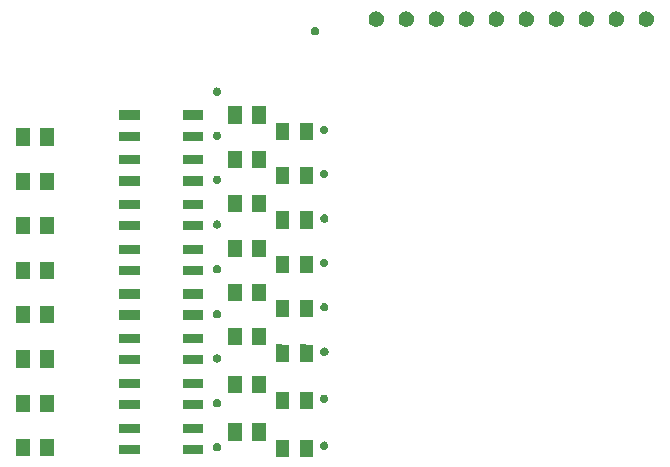
<source format=gbs>
G04 This is an RS-274x file exported by *
G04 gerbv version 2.6.2 *
G04 More information is available about gerbv at *
G04 http://gerbv.geda-project.org/ *
G04 --End of header info--*
%MOIN*%
%FSLAX34Y34*%
%IPPOS*%
G04 --Define apertures--*
%ADD10C,0.0004*%
%ADD11C,0.0059*%
G04 --Start main section--*
G54D10*
G36*
G01X0004300Y0001755D02*
G01X0003875Y0001755D01*
G01X0003875Y0002295D01*
G01X0004300Y0002295D01*
G01X0004300Y0001755D01*
G01X0004300Y0001755D01*
G37*
G01X0004300Y0001755D02*
G01X0003875Y0001755D01*
G01X0003875Y0001755D02*
G01X0003875Y0002295D01*
G01X0003875Y0002295D02*
G01X0004300Y0002295D01*
G01X0004300Y0002295D02*
G01X0004300Y0001755D01*
G36*
G01X0005100Y0001755D02*
G01X0004675Y0001755D01*
G01X0004675Y0002295D01*
G01X0005100Y0002295D01*
G01X0005100Y0001755D01*
G01X0005100Y0001755D01*
G37*
G01X0005100Y0001755D02*
G01X0004675Y0001755D01*
G01X0004675Y0001755D02*
G01X0004675Y0002295D01*
G01X0004675Y0002295D02*
G01X0005100Y0002295D01*
G01X0005100Y0002295D02*
G01X0005100Y0001755D01*
G36*
G01X-004350Y0001770D02*
G01X-004775Y0001770D01*
G01X-004775Y0002310D01*
G01X-004350Y0002310D01*
G01X-004350Y0001770D01*
G01X-004350Y0001770D01*
G37*
G01X-004350Y0001770D02*
G01X-004775Y0001770D01*
G01X-004775Y0001770D02*
G01X-004775Y0002310D01*
G01X-004775Y0002310D02*
G01X-004350Y0002310D01*
G01X-004350Y0002310D02*
G01X-004350Y0001770D01*
G36*
G01X-003550Y0001770D02*
G01X-003975Y0001770D01*
G01X-003975Y0002310D01*
G01X-003550Y0002310D01*
G01X-003550Y0001770D01*
G01X-003550Y0001770D01*
G37*
G01X-003550Y0001770D02*
G01X-003975Y0001770D01*
G01X-003975Y0001770D02*
G01X-003975Y0002310D01*
G01X-003975Y0002310D02*
G01X-003550Y0002310D01*
G01X-003550Y0002310D02*
G01X-003550Y0001770D01*
G36*
G01X-000690Y0001850D02*
G01X-001335Y0001850D01*
G01X-001335Y0002125D01*
G01X-000690Y0002125D01*
G01X-000690Y0001850D01*
G01X-000690Y0001850D01*
G37*
G01X-000690Y0001850D02*
G01X-001335Y0001850D01*
G01X-001335Y0001850D02*
G01X-001335Y0002125D01*
G01X-001335Y0002125D02*
G01X-000690Y0002125D01*
G01X-000690Y0002125D02*
G01X-000690Y0001850D01*
G36*
G01X0001440Y0001850D02*
G01X0000795Y0001850D01*
G01X0000795Y0002125D01*
G01X0001440Y0002125D01*
G01X0001440Y0001850D01*
G01X0001440Y0001850D01*
G37*
G01X0001440Y0001850D02*
G01X0000795Y0001850D01*
G01X0000795Y0001850D02*
G01X0000795Y0002125D01*
G01X0000795Y0002125D02*
G01X0001440Y0002125D01*
G01X0001440Y0002125D02*
G01X0001440Y0001850D01*
G36*
G01X0002730Y0002295D02*
G01X0002300Y0002295D01*
G01X0002300Y0002835D01*
G01X0002730Y0002835D01*
G01X0002730Y0002295D01*
G01X0002730Y0002295D01*
G37*
G01X0002730Y0002295D02*
G01X0002300Y0002295D01*
G01X0002300Y0002295D02*
G01X0002300Y0002835D01*
G01X0002300Y0002835D02*
G01X0002730Y0002835D01*
G01X0002730Y0002835D02*
G01X0002730Y0002295D01*
G36*
G01X0003530Y0002295D02*
G01X0003100Y0002295D01*
G01X0003100Y0002835D01*
G01X0003530Y0002835D01*
G01X0003530Y0002295D01*
G01X0003530Y0002295D01*
G37*
G01X0003530Y0002295D02*
G01X0003100Y0002295D01*
G01X0003100Y0002295D02*
G01X0003100Y0002835D01*
G01X0003100Y0002835D02*
G01X0003530Y0002835D01*
G01X0003530Y0002835D02*
G01X0003530Y0002295D01*
G36*
G01X-000690Y0002555D02*
G01X-001335Y0002555D01*
G01X-001335Y0002830D01*
G01X-000690Y0002830D01*
G01X-000690Y0002555D01*
G01X-000690Y0002555D01*
G37*
G01X-000690Y0002555D02*
G01X-001335Y0002555D01*
G01X-001335Y0002555D02*
G01X-001335Y0002830D01*
G01X-001335Y0002830D02*
G01X-000690Y0002830D01*
G01X-000690Y0002830D02*
G01X-000690Y0002555D01*
G36*
G01X0001440Y0002555D02*
G01X0000795Y0002555D01*
G01X0000795Y0002830D01*
G01X0001440Y0002830D01*
G01X0001440Y0002555D01*
G01X0001440Y0002555D01*
G37*
G01X0001440Y0002555D02*
G01X0000795Y0002555D01*
G01X0000795Y0002555D02*
G01X0000795Y0002830D01*
G01X0000795Y0002830D02*
G01X0001440Y0002830D01*
G01X0001440Y0002830D02*
G01X0001440Y0002555D01*
G36*
G01X-004350Y0003250D02*
G01X-004775Y0003250D01*
G01X-004775Y0003790D01*
G01X-004350Y0003790D01*
G01X-004350Y0003250D01*
G01X-004350Y0003250D01*
G37*
G01X-004350Y0003250D02*
G01X-004775Y0003250D01*
G01X-004775Y0003250D02*
G01X-004775Y0003790D01*
G01X-004775Y0003790D02*
G01X-004350Y0003790D01*
G01X-004350Y0003790D02*
G01X-004350Y0003250D01*
G36*
G01X-003550Y0003250D02*
G01X-003975Y0003250D01*
G01X-003975Y0003790D01*
G01X-003550Y0003790D01*
G01X-003550Y0003250D01*
G01X-003550Y0003250D01*
G37*
G01X-003550Y0003250D02*
G01X-003975Y0003250D01*
G01X-003975Y0003250D02*
G01X-003975Y0003790D01*
G01X-003975Y0003790D02*
G01X-003550Y0003790D01*
G01X-003550Y0003790D02*
G01X-003550Y0003250D01*
G36*
G01X-000690Y0003340D02*
G01X-001009Y0003340D01*
G01X-001065Y0003340D01*
G01X-001117Y0003340D01*
G01X-001166Y0003340D01*
G01X-001210Y0003341D01*
G01X-001249Y0003341D01*
G01X-001281Y0003342D01*
G01X-001306Y0003342D01*
G01X-001323Y0003343D01*
G01X-001331Y0003343D01*
G01X-001332Y0003343D01*
G01X-001333Y0003349D01*
G01X-001333Y0003363D01*
G01X-001334Y0003385D01*
G01X-001335Y0003413D01*
G01X-001335Y0003445D01*
G01X-001335Y0003481D01*
G01X-001335Y0003615D01*
G01X-000690Y0003615D01*
G01X-000690Y0003340D01*
G01X-000690Y0003340D01*
G37*
G01X-000690Y0003340D02*
G01X-001009Y0003340D01*
G01X-001009Y0003340D02*
G01X-001065Y0003340D01*
G01X-001065Y0003340D02*
G01X-001117Y0003340D01*
G01X-001117Y0003340D02*
G01X-001166Y0003340D01*
G01X-001166Y0003340D02*
G01X-001210Y0003341D01*
G01X-001210Y0003341D02*
G01X-001249Y0003341D01*
G01X-001249Y0003341D02*
G01X-001281Y0003342D01*
G01X-001281Y0003342D02*
G01X-001306Y0003342D01*
G01X-001306Y0003342D02*
G01X-001323Y0003343D01*
G01X-001323Y0003343D02*
G01X-001331Y0003343D01*
G01X-001331Y0003343D02*
G01X-001332Y0003343D01*
G01X-001332Y0003343D02*
G01X-001333Y0003349D01*
G01X-001333Y0003349D02*
G01X-001333Y0003363D01*
G01X-001333Y0003363D02*
G01X-001334Y0003385D01*
G01X-001334Y0003385D02*
G01X-001335Y0003413D01*
G01X-001335Y0003413D02*
G01X-001335Y0003445D01*
G01X-001335Y0003445D02*
G01X-001335Y0003481D01*
G01X-001335Y0003481D02*
G01X-001335Y0003615D01*
G01X-001335Y0003615D02*
G01X-000690Y0003615D01*
G01X-000690Y0003615D02*
G01X-000690Y0003340D01*
G36*
G01X0001440Y0003340D02*
G01X0001121Y0003340D01*
G01X0001065Y0003340D01*
G01X0001013Y0003340D01*
G01X0000964Y0003340D01*
G01X0000920Y0003341D01*
G01X0000881Y0003341D01*
G01X0000849Y0003342D01*
G01X0000824Y0003342D01*
G01X0000807Y0003343D01*
G01X0000799Y0003343D01*
G01X0000798Y0003343D01*
G01X0000797Y0003349D01*
G01X0000797Y0003363D01*
G01X0000796Y0003385D01*
G01X0000795Y0003413D01*
G01X0000795Y0003445D01*
G01X0000795Y0003481D01*
G01X0000795Y0003615D01*
G01X0001440Y0003615D01*
G01X0001440Y0003340D01*
G01X0001440Y0003340D01*
G37*
G01X0001440Y0003340D02*
G01X0001121Y0003340D01*
G01X0001121Y0003340D02*
G01X0001065Y0003340D01*
G01X0001065Y0003340D02*
G01X0001013Y0003340D01*
G01X0001013Y0003340D02*
G01X0000964Y0003340D01*
G01X0000964Y0003340D02*
G01X0000920Y0003341D01*
G01X0000920Y0003341D02*
G01X0000881Y0003341D01*
G01X0000881Y0003341D02*
G01X0000849Y0003342D01*
G01X0000849Y0003342D02*
G01X0000824Y0003342D01*
G01X0000824Y0003342D02*
G01X0000807Y0003343D01*
G01X0000807Y0003343D02*
G01X0000799Y0003343D01*
G01X0000799Y0003343D02*
G01X0000798Y0003343D01*
G01X0000798Y0003343D02*
G01X0000797Y0003349D01*
G01X0000797Y0003349D02*
G01X0000797Y0003363D01*
G01X0000797Y0003363D02*
G01X0000796Y0003385D01*
G01X0000796Y0003385D02*
G01X0000795Y0003413D01*
G01X0000795Y0003413D02*
G01X0000795Y0003445D01*
G01X0000795Y0003445D02*
G01X0000795Y0003481D01*
G01X0000795Y0003481D02*
G01X0000795Y0003615D01*
G01X0000795Y0003615D02*
G01X0001440Y0003615D01*
G01X0001440Y0003615D02*
G01X0001440Y0003340D01*
G36*
G01X0004300Y0003355D02*
G01X0003875Y0003355D01*
G01X0003875Y0003890D01*
G01X0004300Y0003890D01*
G01X0004300Y0003355D01*
G01X0004300Y0003355D01*
G37*
G01X0004300Y0003355D02*
G01X0003875Y0003355D01*
G01X0003875Y0003355D02*
G01X0003875Y0003890D01*
G01X0003875Y0003890D02*
G01X0004300Y0003890D01*
G01X0004300Y0003890D02*
G01X0004300Y0003355D01*
G36*
G01X0005100Y0003355D02*
G01X0004675Y0003355D01*
G01X0004675Y0003890D01*
G01X0005100Y0003890D01*
G01X0005100Y0003355D01*
G01X0005100Y0003355D01*
G37*
G01X0005100Y0003355D02*
G01X0004675Y0003355D01*
G01X0004675Y0003355D02*
G01X0004675Y0003890D01*
G01X0004675Y0003890D02*
G01X0005100Y0003890D01*
G01X0005100Y0003890D02*
G01X0005100Y0003355D01*
G36*
G01X0002730Y0003895D02*
G01X0002300Y0003895D01*
G01X0002300Y0004430D01*
G01X0002730Y0004430D01*
G01X0002730Y0003895D01*
G01X0002730Y0003895D01*
G37*
G01X0002730Y0003895D02*
G01X0002300Y0003895D01*
G01X0002300Y0003895D02*
G01X0002300Y0004430D01*
G01X0002300Y0004430D02*
G01X0002730Y0004430D01*
G01X0002730Y0004430D02*
G01X0002730Y0003895D01*
G36*
G01X0003530Y0003895D02*
G01X0003100Y0003895D01*
G01X0003100Y0004430D01*
G01X0003530Y0004430D01*
G01X0003530Y0003895D01*
G01X0003530Y0003895D01*
G37*
G01X0003530Y0003895D02*
G01X0003100Y0003895D01*
G01X0003100Y0003895D02*
G01X0003100Y0004430D01*
G01X0003100Y0004430D02*
G01X0003530Y0004430D01*
G01X0003530Y0004430D02*
G01X0003530Y0003895D01*
G36*
G01X-000690Y0004045D02*
G01X-001335Y0004045D01*
G01X-001335Y0004320D01*
G01X-000690Y0004320D01*
G01X-000690Y0004045D01*
G01X-000690Y0004045D01*
G37*
G01X-000690Y0004045D02*
G01X-001335Y0004045D01*
G01X-001335Y0004045D02*
G01X-001335Y0004320D01*
G01X-001335Y0004320D02*
G01X-000690Y0004320D01*
G01X-000690Y0004320D02*
G01X-000690Y0004045D01*
G36*
G01X0001440Y0004045D02*
G01X0000795Y0004045D01*
G01X0000795Y0004320D01*
G01X0001440Y0004320D01*
G01X0001440Y0004045D01*
G01X0001440Y0004045D01*
G37*
G01X0001440Y0004045D02*
G01X0000795Y0004045D01*
G01X0000795Y0004045D02*
G01X0000795Y0004320D01*
G01X0000795Y0004320D02*
G01X0001440Y0004320D01*
G01X0001440Y0004320D02*
G01X0001440Y0004045D01*
G36*
G01X-004350Y0004730D02*
G01X-004775Y0004730D01*
G01X-004775Y0005270D01*
G01X-004350Y0005270D01*
G01X-004350Y0004730D01*
G01X-004350Y0004730D01*
G37*
G01X-004350Y0004730D02*
G01X-004775Y0004730D01*
G01X-004775Y0004730D02*
G01X-004775Y0005270D01*
G01X-004775Y0005270D02*
G01X-004350Y0005270D01*
G01X-004350Y0005270D02*
G01X-004350Y0004730D01*
G36*
G01X-003550Y0004730D02*
G01X-003975Y0004730D01*
G01X-003975Y0005270D01*
G01X-003550Y0005270D01*
G01X-003550Y0004730D01*
G01X-003550Y0004730D01*
G37*
G01X-003550Y0004730D02*
G01X-003975Y0004730D01*
G01X-003975Y0004730D02*
G01X-003975Y0005270D01*
G01X-003975Y0005270D02*
G01X-003550Y0005270D01*
G01X-003550Y0005270D02*
G01X-003550Y0004730D01*
G36*
G01X-000690Y0004835D02*
G01X-001335Y0004835D01*
G01X-001335Y0005110D01*
G01X-000690Y0005110D01*
G01X-000690Y0004835D01*
G01X-000690Y0004835D01*
G37*
G01X-000690Y0004835D02*
G01X-001335Y0004835D01*
G01X-001335Y0004835D02*
G01X-001335Y0005110D01*
G01X-001335Y0005110D02*
G01X-000690Y0005110D01*
G01X-000690Y0005110D02*
G01X-000690Y0004835D01*
G36*
G01X0001440Y0004835D02*
G01X0000795Y0004835D01*
G01X0000795Y0005110D01*
G01X0001440Y0005110D01*
G01X0001440Y0004835D01*
G01X0001440Y0004835D01*
G37*
G01X0001440Y0004835D02*
G01X0000795Y0004835D01*
G01X0000795Y0004835D02*
G01X0000795Y0005110D01*
G01X0000795Y0005110D02*
G01X0001440Y0005110D01*
G01X0001440Y0005110D02*
G01X0001440Y0004835D01*
G36*
G01X0004298Y0005463D02*
G01X0004300Y0004925D01*
G01X0003875Y0004925D01*
G01X0003875Y0005465D01*
G01X0004298Y0005463D01*
G01X0004298Y0005463D01*
G37*
G01X0004298Y0005463D02*
G01X0004300Y0004925D01*
G01X0004300Y0004925D02*
G01X0003875Y0004925D01*
G01X0003875Y0004925D02*
G01X0003875Y0005465D01*
G01X0003875Y0005465D02*
G01X0004298Y0005463D01*
G36*
G01X0005098Y0005463D02*
G01X0005100Y0004925D01*
G01X0004675Y0004925D01*
G01X0004675Y0005465D01*
G01X0005098Y0005463D01*
G01X0005098Y0005463D01*
G37*
G01X0005098Y0005463D02*
G01X0005100Y0004925D01*
G01X0005100Y0004925D02*
G01X0004675Y0004925D01*
G01X0004675Y0004925D02*
G01X0004675Y0005465D01*
G01X0004675Y0005465D02*
G01X0005098Y0005463D01*
G36*
G01X0002730Y0005465D02*
G01X0002300Y0005465D01*
G01X0002300Y0006000D01*
G01X0002730Y0006000D01*
G01X0002730Y0005465D01*
G01X0002730Y0005465D01*
G37*
G01X0002730Y0005465D02*
G01X0002300Y0005465D01*
G01X0002300Y0005465D02*
G01X0002300Y0006000D01*
G01X0002300Y0006000D02*
G01X0002730Y0006000D01*
G01X0002730Y0006000D02*
G01X0002730Y0005465D01*
G36*
G01X0003530Y0005465D02*
G01X0003100Y0005465D01*
G01X0003100Y0006000D01*
G01X0003530Y0006000D01*
G01X0003530Y0005465D01*
G01X0003530Y0005465D01*
G37*
G01X0003530Y0005465D02*
G01X0003100Y0005465D01*
G01X0003100Y0005465D02*
G01X0003100Y0006000D01*
G01X0003100Y0006000D02*
G01X0003530Y0006000D01*
G01X0003530Y0006000D02*
G01X0003530Y0005465D01*
G36*
G01X-000690Y0005535D02*
G01X-001335Y0005535D01*
G01X-001335Y0005810D01*
G01X-000690Y0005810D01*
G01X-000690Y0005535D01*
G01X-000690Y0005535D01*
G37*
G01X-000690Y0005535D02*
G01X-001335Y0005535D01*
G01X-001335Y0005535D02*
G01X-001335Y0005810D01*
G01X-001335Y0005810D02*
G01X-000690Y0005810D01*
G01X-000690Y0005810D02*
G01X-000690Y0005535D01*
G36*
G01X0001440Y0005535D02*
G01X0000795Y0005535D01*
G01X0000795Y0005810D01*
G01X0001440Y0005810D01*
G01X0001440Y0005535D01*
G01X0001440Y0005535D01*
G37*
G01X0001440Y0005535D02*
G01X0000795Y0005535D01*
G01X0000795Y0005535D02*
G01X0000795Y0005810D01*
G01X0000795Y0005810D02*
G01X0001440Y0005810D01*
G01X0001440Y0005810D02*
G01X0001440Y0005535D01*
G36*
G01X-004350Y0006210D02*
G01X-004775Y0006210D01*
G01X-004775Y0006750D01*
G01X-004350Y0006750D01*
G01X-004350Y0006210D01*
G01X-004350Y0006210D01*
G37*
G01X-004350Y0006210D02*
G01X-004775Y0006210D01*
G01X-004775Y0006210D02*
G01X-004775Y0006750D01*
G01X-004775Y0006750D02*
G01X-004350Y0006750D01*
G01X-004350Y0006750D02*
G01X-004350Y0006210D01*
G36*
G01X-003550Y0006210D02*
G01X-003975Y0006210D01*
G01X-003975Y0006750D01*
G01X-003550Y0006750D01*
G01X-003550Y0006210D01*
G01X-003550Y0006210D01*
G37*
G01X-003550Y0006210D02*
G01X-003975Y0006210D01*
G01X-003975Y0006210D02*
G01X-003975Y0006750D01*
G01X-003975Y0006750D02*
G01X-003550Y0006750D01*
G01X-003550Y0006750D02*
G01X-003550Y0006210D01*
G36*
G01X-000690Y0006325D02*
G01X-001335Y0006325D01*
G01X-001335Y0006600D01*
G01X-000690Y0006600D01*
G01X-000690Y0006325D01*
G01X-000690Y0006325D01*
G37*
G01X-000690Y0006325D02*
G01X-001335Y0006325D01*
G01X-001335Y0006325D02*
G01X-001335Y0006600D01*
G01X-001335Y0006600D02*
G01X-000690Y0006600D01*
G01X-000690Y0006600D02*
G01X-000690Y0006325D01*
G36*
G01X0001440Y0006325D02*
G01X0000795Y0006325D01*
G01X0000795Y0006600D01*
G01X0001440Y0006600D01*
G01X0001440Y0006325D01*
G01X0001440Y0006325D01*
G37*
G01X0001440Y0006325D02*
G01X0000795Y0006325D01*
G01X0000795Y0006325D02*
G01X0000795Y0006600D01*
G01X0000795Y0006600D02*
G01X0001440Y0006600D01*
G01X0001440Y0006600D02*
G01X0001440Y0006325D01*
G36*
G01X0004300Y0006405D02*
G01X0003875Y0006405D01*
G01X0003875Y0006940D01*
G01X0004300Y0006940D01*
G01X0004300Y0006405D01*
G01X0004300Y0006405D01*
G37*
G01X0004300Y0006405D02*
G01X0003875Y0006405D01*
G01X0003875Y0006405D02*
G01X0003875Y0006940D01*
G01X0003875Y0006940D02*
G01X0004300Y0006940D01*
G01X0004300Y0006940D02*
G01X0004300Y0006405D01*
G36*
G01X0005100Y0006405D02*
G01X0004675Y0006405D01*
G01X0004675Y0006940D01*
G01X0005100Y0006940D01*
G01X0005100Y0006405D01*
G01X0005100Y0006405D01*
G37*
G01X0005100Y0006405D02*
G01X0004675Y0006405D01*
G01X0004675Y0006405D02*
G01X0004675Y0006940D01*
G01X0004675Y0006940D02*
G01X0005100Y0006940D01*
G01X0005100Y0006940D02*
G01X0005100Y0006405D01*
G36*
G01X0002730Y0006945D02*
G01X0002300Y0006945D01*
G01X0002300Y0007480D01*
G01X0002730Y0007480D01*
G01X0002730Y0006945D01*
G01X0002730Y0006945D01*
G37*
G01X0002730Y0006945D02*
G01X0002300Y0006945D01*
G01X0002300Y0006945D02*
G01X0002300Y0007480D01*
G01X0002300Y0007480D02*
G01X0002730Y0007480D01*
G01X0002730Y0007480D02*
G01X0002730Y0006945D01*
G36*
G01X0003530Y0006945D02*
G01X0003100Y0006945D01*
G01X0003100Y0007480D01*
G01X0003530Y0007480D01*
G01X0003530Y0006945D01*
G01X0003530Y0006945D01*
G37*
G01X0003530Y0006945D02*
G01X0003100Y0006945D01*
G01X0003100Y0006945D02*
G01X0003100Y0007480D01*
G01X0003100Y0007480D02*
G01X0003530Y0007480D01*
G01X0003530Y0007480D02*
G01X0003530Y0006945D01*
G36*
G01X-000690Y0007025D02*
G01X-001009Y0007025D01*
G01X-001065Y0007025D01*
G01X-001117Y0007025D01*
G01X-001166Y0007025D01*
G01X-001210Y0007026D01*
G01X-001249Y0007026D01*
G01X-001281Y0007027D01*
G01X-001306Y0007027D01*
G01X-001323Y0007028D01*
G01X-001331Y0007028D01*
G01X-001332Y0007028D01*
G01X-001333Y0007034D01*
G01X-001333Y0007048D01*
G01X-001334Y0007070D01*
G01X-001335Y0007098D01*
G01X-001335Y0007130D01*
G01X-001335Y0007166D01*
G01X-001335Y0007300D01*
G01X-000690Y0007300D01*
G01X-000690Y0007025D01*
G01X-000690Y0007025D01*
G37*
G01X-000690Y0007025D02*
G01X-001009Y0007025D01*
G01X-001009Y0007025D02*
G01X-001065Y0007025D01*
G01X-001065Y0007025D02*
G01X-001117Y0007025D01*
G01X-001117Y0007025D02*
G01X-001166Y0007025D01*
G01X-001166Y0007025D02*
G01X-001210Y0007026D01*
G01X-001210Y0007026D02*
G01X-001249Y0007026D01*
G01X-001249Y0007026D02*
G01X-001281Y0007027D01*
G01X-001281Y0007027D02*
G01X-001306Y0007027D01*
G01X-001306Y0007027D02*
G01X-001323Y0007028D01*
G01X-001323Y0007028D02*
G01X-001331Y0007028D01*
G01X-001331Y0007028D02*
G01X-001332Y0007028D01*
G01X-001332Y0007028D02*
G01X-001333Y0007034D01*
G01X-001333Y0007034D02*
G01X-001333Y0007048D01*
G01X-001333Y0007048D02*
G01X-001334Y0007070D01*
G01X-001334Y0007070D02*
G01X-001335Y0007098D01*
G01X-001335Y0007098D02*
G01X-001335Y0007130D01*
G01X-001335Y0007130D02*
G01X-001335Y0007166D01*
G01X-001335Y0007166D02*
G01X-001335Y0007300D01*
G01X-001335Y0007300D02*
G01X-000690Y0007300D01*
G01X-000690Y0007300D02*
G01X-000690Y0007025D01*
G36*
G01X0001440Y0007025D02*
G01X0001121Y0007025D01*
G01X0001065Y0007025D01*
G01X0001013Y0007025D01*
G01X0000964Y0007025D01*
G01X0000920Y0007026D01*
G01X0000881Y0007026D01*
G01X0000849Y0007027D01*
G01X0000824Y0007027D01*
G01X0000807Y0007028D01*
G01X0000799Y0007028D01*
G01X0000798Y0007028D01*
G01X0000797Y0007034D01*
G01X0000797Y0007048D01*
G01X0000796Y0007070D01*
G01X0000795Y0007098D01*
G01X0000795Y0007130D01*
G01X0000795Y0007166D01*
G01X0000795Y0007300D01*
G01X0001440Y0007300D01*
G01X0001440Y0007025D01*
G01X0001440Y0007025D01*
G37*
G01X0001440Y0007025D02*
G01X0001121Y0007025D01*
G01X0001121Y0007025D02*
G01X0001065Y0007025D01*
G01X0001065Y0007025D02*
G01X0001013Y0007025D01*
G01X0001013Y0007025D02*
G01X0000964Y0007025D01*
G01X0000964Y0007025D02*
G01X0000920Y0007026D01*
G01X0000920Y0007026D02*
G01X0000881Y0007026D01*
G01X0000881Y0007026D02*
G01X0000849Y0007027D01*
G01X0000849Y0007027D02*
G01X0000824Y0007027D01*
G01X0000824Y0007027D02*
G01X0000807Y0007028D01*
G01X0000807Y0007028D02*
G01X0000799Y0007028D01*
G01X0000799Y0007028D02*
G01X0000798Y0007028D01*
G01X0000798Y0007028D02*
G01X0000797Y0007034D01*
G01X0000797Y0007034D02*
G01X0000797Y0007048D01*
G01X0000797Y0007048D02*
G01X0000796Y0007070D01*
G01X0000796Y0007070D02*
G01X0000795Y0007098D01*
G01X0000795Y0007098D02*
G01X0000795Y0007130D01*
G01X0000795Y0007130D02*
G01X0000795Y0007166D01*
G01X0000795Y0007166D02*
G01X0000795Y0007300D01*
G01X0000795Y0007300D02*
G01X0001440Y0007300D01*
G01X0001440Y0007300D02*
G01X0001440Y0007025D01*
G36*
G01X-004350Y0007690D02*
G01X-004775Y0007690D01*
G01X-004775Y0008230D01*
G01X-004350Y0008230D01*
G01X-004350Y0007690D01*
G01X-004350Y0007690D01*
G37*
G01X-004350Y0007690D02*
G01X-004775Y0007690D01*
G01X-004775Y0007690D02*
G01X-004775Y0008230D01*
G01X-004775Y0008230D02*
G01X-004350Y0008230D01*
G01X-004350Y0008230D02*
G01X-004350Y0007690D01*
G36*
G01X-003550Y0007690D02*
G01X-003975Y0007690D01*
G01X-003975Y0008230D01*
G01X-003550Y0008230D01*
G01X-003550Y0007690D01*
G01X-003550Y0007690D01*
G37*
G01X-003550Y0007690D02*
G01X-003975Y0007690D01*
G01X-003975Y0007690D02*
G01X-003975Y0008230D01*
G01X-003975Y0008230D02*
G01X-003550Y0008230D01*
G01X-003550Y0008230D02*
G01X-003550Y0007690D01*
G36*
G01X-000690Y0007815D02*
G01X-001335Y0007815D01*
G01X-001335Y0008090D01*
G01X-000690Y0008090D01*
G01X-000690Y0007815D01*
G01X-000690Y0007815D01*
G37*
G01X-000690Y0007815D02*
G01X-001335Y0007815D01*
G01X-001335Y0007815D02*
G01X-001335Y0008090D01*
G01X-001335Y0008090D02*
G01X-000690Y0008090D01*
G01X-000690Y0008090D02*
G01X-000690Y0007815D01*
G36*
G01X0001440Y0007815D02*
G01X0000795Y0007815D01*
G01X0000795Y0008090D01*
G01X0001440Y0008090D01*
G01X0001440Y0007815D01*
G01X0001440Y0007815D01*
G37*
G01X0001440Y0007815D02*
G01X0000795Y0007815D01*
G01X0000795Y0007815D02*
G01X0000795Y0008090D01*
G01X0000795Y0008090D02*
G01X0001440Y0008090D01*
G01X0001440Y0008090D02*
G01X0001440Y0007815D01*
G36*
G01X0004300Y0007885D02*
G01X0003875Y0007885D01*
G01X0003875Y0008420D01*
G01X0004300Y0008420D01*
G01X0004300Y0007885D01*
G01X0004300Y0007885D01*
G37*
G01X0004300Y0007885D02*
G01X0003875Y0007885D01*
G01X0003875Y0007885D02*
G01X0003875Y0008420D01*
G01X0003875Y0008420D02*
G01X0004300Y0008420D01*
G01X0004300Y0008420D02*
G01X0004300Y0007885D01*
G36*
G01X0005100Y0007885D02*
G01X0004675Y0007885D01*
G01X0004675Y0008420D01*
G01X0005100Y0008420D01*
G01X0005100Y0007885D01*
G01X0005100Y0007885D01*
G37*
G01X0005100Y0007885D02*
G01X0004675Y0007885D01*
G01X0004675Y0007885D02*
G01X0004675Y0008420D01*
G01X0004675Y0008420D02*
G01X0005100Y0008420D01*
G01X0005100Y0008420D02*
G01X0005100Y0007885D01*
G36*
G01X0002730Y0008425D02*
G01X0002300Y0008425D01*
G01X0002300Y0008960D01*
G01X0002730Y0008960D01*
G01X0002730Y0008425D01*
G01X0002730Y0008425D01*
G37*
G01X0002730Y0008425D02*
G01X0002300Y0008425D01*
G01X0002300Y0008425D02*
G01X0002300Y0008960D01*
G01X0002300Y0008960D02*
G01X0002730Y0008960D01*
G01X0002730Y0008960D02*
G01X0002730Y0008425D01*
G36*
G01X0003530Y0008425D02*
G01X0003100Y0008425D01*
G01X0003100Y0008960D01*
G01X0003530Y0008960D01*
G01X0003530Y0008425D01*
G01X0003530Y0008425D01*
G37*
G01X0003530Y0008425D02*
G01X0003100Y0008425D01*
G01X0003100Y0008425D02*
G01X0003100Y0008960D01*
G01X0003100Y0008960D02*
G01X0003530Y0008960D01*
G01X0003530Y0008960D02*
G01X0003530Y0008425D01*
G36*
G01X-000690Y0008520D02*
G01X-001335Y0008520D01*
G01X-001335Y0008795D01*
G01X-000690Y0008795D01*
G01X-000690Y0008520D01*
G01X-000690Y0008520D01*
G37*
G01X-000690Y0008520D02*
G01X-001335Y0008520D01*
G01X-001335Y0008520D02*
G01X-001335Y0008795D01*
G01X-001335Y0008795D02*
G01X-000690Y0008795D01*
G01X-000690Y0008795D02*
G01X-000690Y0008520D01*
G36*
G01X0001440Y0008520D02*
G01X0000795Y0008520D01*
G01X0000795Y0008795D01*
G01X0001440Y0008795D01*
G01X0001440Y0008520D01*
G01X0001440Y0008520D01*
G37*
G01X0001440Y0008520D02*
G01X0000795Y0008520D01*
G01X0000795Y0008520D02*
G01X0000795Y0008795D01*
G01X0000795Y0008795D02*
G01X0001440Y0008795D01*
G01X0001440Y0008795D02*
G01X0001440Y0008520D01*
G36*
G01X-004350Y0009170D02*
G01X-004775Y0009170D01*
G01X-004775Y0009710D01*
G01X-004350Y0009710D01*
G01X-004350Y0009170D01*
G01X-004350Y0009170D01*
G37*
G01X-004350Y0009170D02*
G01X-004775Y0009170D01*
G01X-004775Y0009170D02*
G01X-004775Y0009710D01*
G01X-004775Y0009710D02*
G01X-004350Y0009710D01*
G01X-004350Y0009710D02*
G01X-004350Y0009170D01*
G36*
G01X-003550Y0009170D02*
G01X-003975Y0009170D01*
G01X-003975Y0009710D01*
G01X-003550Y0009710D01*
G01X-003550Y0009170D01*
G01X-003550Y0009170D01*
G37*
G01X-003550Y0009170D02*
G01X-003975Y0009170D01*
G01X-003975Y0009170D02*
G01X-003975Y0009710D01*
G01X-003975Y0009710D02*
G01X-003550Y0009710D01*
G01X-003550Y0009710D02*
G01X-003550Y0009170D01*
G36*
G01X-000690Y0009305D02*
G01X-001335Y0009305D01*
G01X-001335Y0009580D01*
G01X-000690Y0009580D01*
G01X-000690Y0009305D01*
G01X-000690Y0009305D01*
G37*
G01X-000690Y0009305D02*
G01X-001335Y0009305D01*
G01X-001335Y0009305D02*
G01X-001335Y0009580D01*
G01X-001335Y0009580D02*
G01X-000690Y0009580D01*
G01X-000690Y0009580D02*
G01X-000690Y0009305D01*
G36*
G01X0001440Y0009305D02*
G01X0000795Y0009305D01*
G01X0000795Y0009580D01*
G01X0001440Y0009580D01*
G01X0001440Y0009305D01*
G01X0001440Y0009305D01*
G37*
G01X0001440Y0009305D02*
G01X0000795Y0009305D01*
G01X0000795Y0009305D02*
G01X0000795Y0009580D01*
G01X0000795Y0009580D02*
G01X0001440Y0009580D01*
G01X0001440Y0009580D02*
G01X0001440Y0009305D01*
G36*
G01X0004298Y0009363D02*
G01X0004086Y0009361D01*
G01X0003875Y0009360D01*
G01X0003875Y0009900D01*
G01X0004300Y0009900D01*
G01X0004298Y0009363D01*
G01X0004298Y0009363D01*
G37*
G01X0004298Y0009363D02*
G01X0004086Y0009361D01*
G01X0004086Y0009361D02*
G01X0003875Y0009360D01*
G01X0003875Y0009360D02*
G01X0003875Y0009900D01*
G01X0003875Y0009900D02*
G01X0004300Y0009900D01*
G01X0004300Y0009900D02*
G01X0004298Y0009363D01*
G36*
G01X0005098Y0009363D02*
G01X0004886Y0009361D01*
G01X0004675Y0009360D01*
G01X0004675Y0009900D01*
G01X0005100Y0009900D01*
G01X0005098Y0009363D01*
G01X0005098Y0009363D01*
G37*
G01X0005098Y0009363D02*
G01X0004886Y0009361D01*
G01X0004886Y0009361D02*
G01X0004675Y0009360D01*
G01X0004675Y0009360D02*
G01X0004675Y0009900D01*
G01X0004675Y0009900D02*
G01X0005100Y0009900D01*
G01X0005100Y0009900D02*
G01X0005098Y0009363D01*
G36*
G01X0002730Y0009900D02*
G01X0002518Y0009900D01*
G01X0002473Y0009900D01*
G01X0002431Y0009900D01*
G01X0002394Y0009901D01*
G01X0002361Y0009901D01*
G01X0002335Y0009902D01*
G01X0002316Y0009902D01*
G01X0002305Y0009903D01*
G01X0002303Y0009903D01*
G01X0002303Y0009909D01*
G01X0002302Y0009923D01*
G01X0002302Y0009946D01*
G01X0002301Y0009976D01*
G01X0002301Y0010012D01*
G01X0002300Y0010054D01*
G01X0002300Y0010100D01*
G01X0002300Y0010149D01*
G01X0002300Y0010173D01*
G01X0002300Y0010440D01*
G01X0002730Y0010440D01*
G01X0002730Y0009900D01*
G01X0002730Y0009900D01*
G37*
G01X0002730Y0009900D02*
G01X0002518Y0009900D01*
G01X0002518Y0009900D02*
G01X0002473Y0009900D01*
G01X0002473Y0009900D02*
G01X0002431Y0009900D01*
G01X0002431Y0009900D02*
G01X0002394Y0009901D01*
G01X0002394Y0009901D02*
G01X0002361Y0009901D01*
G01X0002361Y0009901D02*
G01X0002335Y0009902D01*
G01X0002335Y0009902D02*
G01X0002316Y0009902D01*
G01X0002316Y0009902D02*
G01X0002305Y0009903D01*
G01X0002305Y0009903D02*
G01X0002303Y0009903D01*
G01X0002303Y0009903D02*
G01X0002303Y0009909D01*
G01X0002303Y0009909D02*
G01X0002302Y0009923D01*
G01X0002302Y0009923D02*
G01X0002302Y0009946D01*
G01X0002302Y0009946D02*
G01X0002301Y0009976D01*
G01X0002301Y0009976D02*
G01X0002301Y0010012D01*
G01X0002301Y0010012D02*
G01X0002300Y0010054D01*
G01X0002300Y0010054D02*
G01X0002300Y0010100D01*
G01X0002300Y0010100D02*
G01X0002300Y0010149D01*
G01X0002300Y0010149D02*
G01X0002300Y0010173D01*
G01X0002300Y0010173D02*
G01X0002300Y0010440D01*
G01X0002300Y0010440D02*
G01X0002730Y0010440D01*
G01X0002730Y0010440D02*
G01X0002730Y0009900D01*
G36*
G01X0003528Y0009903D02*
G01X0003317Y0009901D01*
G01X0003272Y0009901D01*
G01X0003230Y0009901D01*
G01X0003193Y0009901D01*
G01X0003160Y0009901D01*
G01X0003134Y0009902D01*
G01X0003115Y0009902D01*
G01X0003105Y0009903D01*
G01X0003103Y0009903D01*
G01X0003103Y0009909D01*
G01X0003102Y0009923D01*
G01X0003102Y0009946D01*
G01X0003101Y0009976D01*
G01X0003101Y0010012D01*
G01X0003100Y0010054D01*
G01X0003100Y0010100D01*
G01X0003100Y0010149D01*
G01X0003100Y0010173D01*
G01X0003100Y0010440D01*
G01X0003530Y0010440D01*
G01X0003528Y0009903D01*
G01X0003528Y0009903D01*
G37*
G01X0003528Y0009903D02*
G01X0003317Y0009901D01*
G01X0003317Y0009901D02*
G01X0003272Y0009901D01*
G01X0003272Y0009901D02*
G01X0003230Y0009901D01*
G01X0003230Y0009901D02*
G01X0003193Y0009901D01*
G01X0003193Y0009901D02*
G01X0003160Y0009901D01*
G01X0003160Y0009901D02*
G01X0003134Y0009902D01*
G01X0003134Y0009902D02*
G01X0003115Y0009902D01*
G01X0003115Y0009902D02*
G01X0003105Y0009903D01*
G01X0003105Y0009903D02*
G01X0003103Y0009903D01*
G01X0003103Y0009903D02*
G01X0003103Y0009909D01*
G01X0003103Y0009909D02*
G01X0003102Y0009923D01*
G01X0003102Y0009923D02*
G01X0003102Y0009946D01*
G01X0003102Y0009946D02*
G01X0003101Y0009976D01*
G01X0003101Y0009976D02*
G01X0003101Y0010012D01*
G01X0003101Y0010012D02*
G01X0003100Y0010054D01*
G01X0003100Y0010054D02*
G01X0003100Y0010100D01*
G01X0003100Y0010100D02*
G01X0003100Y0010149D01*
G01X0003100Y0010149D02*
G01X0003100Y0010173D01*
G01X0003100Y0010173D02*
G01X0003100Y0010440D01*
G01X0003100Y0010440D02*
G01X0003530Y0010440D01*
G01X0003530Y0010440D02*
G01X0003528Y0009903D01*
G36*
G01X-000690Y0010010D02*
G01X-001335Y0010010D01*
G01X-001335Y0010285D01*
G01X-000690Y0010285D01*
G01X-000690Y0010010D01*
G01X-000690Y0010010D01*
G37*
G01X-000690Y0010010D02*
G01X-001335Y0010010D01*
G01X-001335Y0010010D02*
G01X-001335Y0010285D01*
G01X-001335Y0010285D02*
G01X-000690Y0010285D01*
G01X-000690Y0010285D02*
G01X-000690Y0010010D01*
G36*
G01X0001440Y0010010D02*
G01X0000795Y0010010D01*
G01X0000795Y0010285D01*
G01X0001440Y0010285D01*
G01X0001440Y0010010D01*
G01X0001440Y0010010D01*
G37*
G01X0001440Y0010010D02*
G01X0000795Y0010010D01*
G01X0000795Y0010010D02*
G01X0000795Y0010285D01*
G01X0000795Y0010285D02*
G01X0001440Y0010285D01*
G01X0001440Y0010285D02*
G01X0001440Y0010010D01*
G36*
G01X-004350Y0010650D02*
G01X-004775Y0010650D01*
G01X-004775Y0011190D01*
G01X-004350Y0011190D01*
G01X-004350Y0010650D01*
G01X-004350Y0010650D01*
G37*
G01X-004350Y0010650D02*
G01X-004775Y0010650D01*
G01X-004775Y0010650D02*
G01X-004775Y0011190D01*
G01X-004775Y0011190D02*
G01X-004350Y0011190D01*
G01X-004350Y0011190D02*
G01X-004350Y0010650D01*
G36*
G01X-003550Y0010650D02*
G01X-003975Y0010650D01*
G01X-003975Y0011190D01*
G01X-003550Y0011190D01*
G01X-003550Y0010650D01*
G01X-003550Y0010650D01*
G37*
G01X-003550Y0010650D02*
G01X-003975Y0010650D01*
G01X-003975Y0010650D02*
G01X-003975Y0011190D01*
G01X-003975Y0011190D02*
G01X-003550Y0011190D01*
G01X-003550Y0011190D02*
G01X-003550Y0010650D01*
G36*
G01X-000690Y0010795D02*
G01X-001335Y0010795D01*
G01X-001335Y0011070D01*
G01X-000690Y0011070D01*
G01X-000690Y0010795D01*
G01X-000690Y0010795D01*
G37*
G01X-000690Y0010795D02*
G01X-001335Y0010795D01*
G01X-001335Y0010795D02*
G01X-001335Y0011070D01*
G01X-001335Y0011070D02*
G01X-000690Y0011070D01*
G01X-000690Y0011070D02*
G01X-000690Y0010795D01*
G36*
G01X0001440Y0010795D02*
G01X0000795Y0010795D01*
G01X0000795Y0011070D01*
G01X0001440Y0011070D01*
G01X0001440Y0010795D01*
G01X0001440Y0010795D01*
G37*
G01X0001440Y0010795D02*
G01X0000795Y0010795D01*
G01X0000795Y0010795D02*
G01X0000795Y0011070D01*
G01X0000795Y0011070D02*
G01X0001440Y0011070D01*
G01X0001440Y0011070D02*
G01X0001440Y0010795D01*
G36*
G01X0004300Y0010840D02*
G01X0003875Y0010840D01*
G01X0003875Y0011380D01*
G01X0004300Y0011380D01*
G01X0004300Y0010840D01*
G01X0004300Y0010840D01*
G37*
G01X0004300Y0010840D02*
G01X0003875Y0010840D01*
G01X0003875Y0010840D02*
G01X0003875Y0011380D01*
G01X0003875Y0011380D02*
G01X0004300Y0011380D01*
G01X0004300Y0011380D02*
G01X0004300Y0010840D01*
G36*
G01X0005100Y0010840D02*
G01X0004675Y0010840D01*
G01X0004675Y0011380D01*
G01X0005100Y0011380D01*
G01X0005100Y0010840D01*
G01X0005100Y0010840D01*
G37*
G01X0005100Y0010840D02*
G01X0004675Y0010840D01*
G01X0004675Y0010840D02*
G01X0004675Y0011380D01*
G01X0004675Y0011380D02*
G01X0005100Y0011380D01*
G01X0005100Y0011380D02*
G01X0005100Y0010840D01*
G36*
G01X0002730Y0011380D02*
G01X0002300Y0011380D01*
G01X0002300Y0011920D01*
G01X0002730Y0011920D01*
G01X0002730Y0011380D01*
G01X0002730Y0011380D01*
G37*
G01X0002730Y0011380D02*
G01X0002300Y0011380D01*
G01X0002300Y0011380D02*
G01X0002300Y0011920D01*
G01X0002300Y0011920D02*
G01X0002730Y0011920D01*
G01X0002730Y0011920D02*
G01X0002730Y0011380D01*
G36*
G01X0003530Y0011380D02*
G01X0003100Y0011380D01*
G01X0003100Y0011920D01*
G01X0003530Y0011920D01*
G01X0003530Y0011380D01*
G01X0003530Y0011380D01*
G37*
G01X0003530Y0011380D02*
G01X0003100Y0011380D01*
G01X0003100Y0011380D02*
G01X0003100Y0011920D01*
G01X0003100Y0011920D02*
G01X0003530Y0011920D01*
G01X0003530Y0011920D02*
G01X0003530Y0011380D01*
G36*
G01X-000690Y0011500D02*
G01X-001335Y0011500D01*
G01X-001335Y0011775D01*
G01X-000690Y0011775D01*
G01X-000690Y0011500D01*
G01X-000690Y0011500D01*
G37*
G01X-000690Y0011500D02*
G01X-001335Y0011500D01*
G01X-001335Y0011500D02*
G01X-001335Y0011775D01*
G01X-001335Y0011775D02*
G01X-000690Y0011775D01*
G01X-000690Y0011775D02*
G01X-000690Y0011500D01*
G36*
G01X0001440Y0011500D02*
G01X0000795Y0011500D01*
G01X0000795Y0011775D01*
G01X0001440Y0011775D01*
G01X0001440Y0011500D01*
G01X0001440Y0011500D01*
G37*
G01X0001440Y0011500D02*
G01X0000795Y0011500D01*
G01X0000795Y0011500D02*
G01X0000795Y0011775D01*
G01X0000795Y0011775D02*
G01X0001440Y0011775D01*
G01X0001440Y0011775D02*
G01X0001440Y0011500D01*
G36*
G01X-004350Y0012130D02*
G01X-004775Y0012130D01*
G01X-004775Y0012670D01*
G01X-004350Y0012670D01*
G01X-004350Y0012130D01*
G01X-004350Y0012130D01*
G37*
G01X-004350Y0012130D02*
G01X-004775Y0012130D01*
G01X-004775Y0012130D02*
G01X-004775Y0012670D01*
G01X-004775Y0012670D02*
G01X-004350Y0012670D01*
G01X-004350Y0012670D02*
G01X-004350Y0012130D01*
G36*
G01X-003550Y0012130D02*
G01X-003975Y0012130D01*
G01X-003975Y0012670D01*
G01X-003550Y0012670D01*
G01X-003550Y0012130D01*
G01X-003550Y0012130D01*
G37*
G01X-003550Y0012130D02*
G01X-003975Y0012130D01*
G01X-003975Y0012130D02*
G01X-003975Y0012670D01*
G01X-003975Y0012670D02*
G01X-003550Y0012670D01*
G01X-003550Y0012670D02*
G01X-003550Y0012130D01*
G36*
G01X-000690Y0012285D02*
G01X-001335Y0012285D01*
G01X-001335Y0012560D01*
G01X-000690Y0012560D01*
G01X-000690Y0012285D01*
G01X-000690Y0012285D01*
G37*
G01X-000690Y0012285D02*
G01X-001335Y0012285D01*
G01X-001335Y0012285D02*
G01X-001335Y0012560D01*
G01X-001335Y0012560D02*
G01X-000690Y0012560D01*
G01X-000690Y0012560D02*
G01X-000690Y0012285D01*
G36*
G01X0001440Y0012285D02*
G01X0000795Y0012285D01*
G01X0000795Y0012560D01*
G01X0001440Y0012560D01*
G01X0001440Y0012285D01*
G01X0001440Y0012285D01*
G37*
G01X0001440Y0012285D02*
G01X0000795Y0012285D01*
G01X0000795Y0012285D02*
G01X0000795Y0012560D01*
G01X0000795Y0012560D02*
G01X0001440Y0012560D01*
G01X0001440Y0012560D02*
G01X0001440Y0012285D01*
G36*
G01X0004300Y0012320D02*
G01X0003875Y0012320D01*
G01X0003875Y0012860D01*
G01X0004300Y0012860D01*
G01X0004300Y0012320D01*
G01X0004300Y0012320D01*
G37*
G01X0004300Y0012320D02*
G01X0003875Y0012320D01*
G01X0003875Y0012320D02*
G01X0003875Y0012860D01*
G01X0003875Y0012860D02*
G01X0004300Y0012860D01*
G01X0004300Y0012860D02*
G01X0004300Y0012320D01*
G36*
G01X0005100Y0012320D02*
G01X0004675Y0012320D01*
G01X0004675Y0012860D01*
G01X0005100Y0012860D01*
G01X0005100Y0012320D01*
G01X0005100Y0012320D01*
G37*
G01X0005100Y0012320D02*
G01X0004675Y0012320D01*
G01X0004675Y0012320D02*
G01X0004675Y0012860D01*
G01X0004675Y0012860D02*
G01X0005100Y0012860D01*
G01X0005100Y0012860D02*
G01X0005100Y0012320D01*
G36*
G01X0002730Y0012860D02*
G01X0002300Y0012860D01*
G01X0002300Y0013400D01*
G01X0002730Y0013400D01*
G01X0002730Y0012860D01*
G01X0002730Y0012860D01*
G37*
G01X0002730Y0012860D02*
G01X0002300Y0012860D01*
G01X0002300Y0012860D02*
G01X0002300Y0013400D01*
G01X0002300Y0013400D02*
G01X0002730Y0013400D01*
G01X0002730Y0013400D02*
G01X0002730Y0012860D01*
G36*
G01X0003530Y0012860D02*
G01X0003100Y0012860D01*
G01X0003100Y0013400D01*
G01X0003530Y0013400D01*
G01X0003530Y0012860D01*
G01X0003530Y0012860D01*
G37*
G01X0003530Y0012860D02*
G01X0003100Y0012860D01*
G01X0003100Y0012860D02*
G01X0003100Y0013400D01*
G01X0003100Y0013400D02*
G01X0003530Y0013400D01*
G01X0003530Y0013400D02*
G01X0003530Y0012860D01*
G36*
G01X-000690Y0012990D02*
G01X-001335Y0012990D01*
G01X-001335Y0013265D01*
G01X-000690Y0013265D01*
G01X-000690Y0012990D01*
G01X-000690Y0012990D01*
G37*
G01X-000690Y0012990D02*
G01X-001335Y0012990D01*
G01X-001335Y0012990D02*
G01X-001335Y0013265D01*
G01X-001335Y0013265D02*
G01X-000690Y0013265D01*
G01X-000690Y0013265D02*
G01X-000690Y0012990D01*
G36*
G01X0001440Y0012990D02*
G01X0000795Y0012990D01*
G01X0000795Y0013265D01*
G01X0001440Y0013265D01*
G01X0001440Y0012990D01*
G01X0001440Y0012990D01*
G37*
G01X0001440Y0012990D02*
G01X0000795Y0012990D01*
G01X0000795Y0012990D02*
G01X0000795Y0013265D01*
G01X0000795Y0013265D02*
G01X0001440Y0013265D01*
G01X0001440Y0013265D02*
G01X0001440Y0012990D01*
G54D11*
G36*
G01X0001960Y0002175D02*
G01X0001985Y0002165D01*
G01X0002008Y0002150D01*
G01X0002028Y0002130D01*
G01X0002043Y0002108D01*
G01X0002053Y0002082D01*
G01X0002059Y0002056D01*
G01X0002059Y0002028D01*
G01X0002053Y0002001D01*
G01X0002043Y0001976D01*
G01X0002028Y0001953D01*
G01X0002008Y0001934D01*
G01X0001985Y0001919D01*
G01X0001960Y0001908D01*
G01X0001933Y0001903D01*
G01X0001906Y0001903D01*
G01X0001879Y0001908D01*
G01X0001854Y0001919D01*
G01X0001831Y0001934D01*
G01X0001812Y0001953D01*
G01X0001797Y0001976D01*
G01X0001786Y0002001D01*
G01X0001781Y0002028D01*
G01X0001781Y0002056D01*
G01X0001786Y0002082D01*
G01X0001797Y0002108D01*
G01X0001812Y0002130D01*
G01X0001831Y0002150D01*
G01X0001854Y0002165D01*
G01X0001879Y0002175D01*
G01X0001906Y0002181D01*
G01X0001933Y0002181D01*
G01X0001960Y0002175D01*
G01X0001960Y0002175D01*
G37*
G36*
G01X0005539Y0002231D02*
G01X0005564Y0002220D01*
G01X0005587Y0002205D01*
G01X0005606Y0002186D01*
G01X0005621Y0002163D01*
G01X0005631Y0002138D01*
G01X0005637Y0002111D01*
G01X0005637Y0002084D01*
G01X0005631Y0002057D01*
G01X0005621Y0002031D01*
G01X0005606Y0002009D01*
G01X0005587Y0001989D01*
G01X0005564Y0001974D01*
G01X0005539Y0001964D01*
G01X0005512Y0001958D01*
G01X0005484Y0001958D01*
G01X0005458Y0001964D01*
G01X0005432Y0001974D01*
G01X0005410Y0001989D01*
G01X0005390Y0002009D01*
G01X0005375Y0002031D01*
G01X0005365Y0002057D01*
G01X0005359Y0002084D01*
G01X0005359Y0002111D01*
G01X0005365Y0002138D01*
G01X0005375Y0002163D01*
G01X0005390Y0002186D01*
G01X0005410Y0002205D01*
G01X0005432Y0002220D01*
G01X0005458Y0002231D01*
G01X0005484Y0002236D01*
G01X0005512Y0002236D01*
G01X0005539Y0002231D01*
G01X0005539Y0002231D01*
G37*
G36*
G01X0001960Y0003643D02*
G01X0001985Y0003633D01*
G01X0002008Y0003618D01*
G01X0002028Y0003598D01*
G01X0002043Y0003576D01*
G01X0002053Y0003550D01*
G01X0002059Y0003524D01*
G01X0002059Y0003496D01*
G01X0002053Y0003469D01*
G01X0002043Y0003444D01*
G01X0002028Y0003422D01*
G01X0002008Y0003402D01*
G01X0001985Y0003387D01*
G01X0001960Y0003377D01*
G01X0001933Y0003371D01*
G01X0001906Y0003371D01*
G01X0001879Y0003377D01*
G01X0001854Y0003387D01*
G01X0001831Y0003402D01*
G01X0001812Y0003422D01*
G01X0001797Y0003444D01*
G01X0001786Y0003469D01*
G01X0001781Y0003496D01*
G01X0001781Y0003524D01*
G01X0001786Y0003550D01*
G01X0001797Y0003576D01*
G01X0001812Y0003598D01*
G01X0001831Y0003618D01*
G01X0001854Y0003633D01*
G01X0001879Y0003643D01*
G01X0001906Y0003649D01*
G01X0001933Y0003649D01*
G01X0001960Y0003643D01*
G01X0001960Y0003643D01*
G37*
G36*
G01X0005529Y0003793D02*
G01X0005554Y0003783D01*
G01X0005577Y0003767D01*
G01X0005596Y0003748D01*
G01X0005611Y0003725D01*
G01X0005622Y0003700D01*
G01X0005627Y0003673D01*
G01X0005627Y0003646D01*
G01X0005622Y0003619D01*
G01X0005611Y0003594D01*
G01X0005596Y0003571D01*
G01X0005577Y0003552D01*
G01X0005554Y0003537D01*
G01X0005529Y0003526D01*
G01X0005502Y0003521D01*
G01X0005475Y0003521D01*
G01X0005448Y0003526D01*
G01X0005423Y0003537D01*
G01X0005400Y0003552D01*
G01X0005381Y0003571D01*
G01X0005365Y0003594D01*
G01X0005355Y0003619D01*
G01X0005350Y0003646D01*
G01X0005350Y0003673D01*
G01X0005355Y0003700D01*
G01X0005365Y0003725D01*
G01X0005381Y0003748D01*
G01X0005400Y0003767D01*
G01X0005423Y0003783D01*
G01X0005448Y0003793D01*
G01X0005475Y0003798D01*
G01X0005502Y0003798D01*
G01X0005529Y0003793D01*
G01X0005529Y0003793D01*
G37*
G36*
G01X0001960Y0005134D02*
G01X0001985Y0005124D01*
G01X0002008Y0005109D01*
G01X0002028Y0005089D01*
G01X0002043Y0005067D01*
G01X0002053Y0005041D01*
G01X0002059Y0005014D01*
G01X0002059Y0004987D01*
G01X0002053Y0004960D01*
G01X0002043Y0004935D01*
G01X0002028Y0004912D01*
G01X0002008Y0004893D01*
G01X0001985Y0004878D01*
G01X0001960Y0004867D01*
G01X0001933Y0004862D01*
G01X0001906Y0004862D01*
G01X0001879Y0004867D01*
G01X0001854Y0004878D01*
G01X0001831Y0004893D01*
G01X0001812Y0004912D01*
G01X0001797Y0004935D01*
G01X0001786Y0004960D01*
G01X0001781Y0004987D01*
G01X0001781Y0005014D01*
G01X0001786Y0005041D01*
G01X0001797Y0005067D01*
G01X0001812Y0005089D01*
G01X0001831Y0005109D01*
G01X0001854Y0005124D01*
G01X0001879Y0005134D01*
G01X0001906Y0005140D01*
G01X0001933Y0005140D01*
G01X0001960Y0005134D01*
G01X0001960Y0005134D01*
G37*
G36*
G01X0005544Y0005359D02*
G01X0005569Y0005349D01*
G01X0005592Y0005334D01*
G01X0005611Y0005314D01*
G01X0005626Y0005292D01*
G01X0005637Y0005266D01*
G01X0005642Y0005240D01*
G01X0005642Y0005212D01*
G01X0005637Y0005186D01*
G01X0005626Y0005160D01*
G01X0005611Y0005138D01*
G01X0005592Y0005118D01*
G01X0005569Y0005103D01*
G01X0005544Y0005093D01*
G01X0005517Y0005087D01*
G01X0005490Y0005087D01*
G01X0005463Y0005093D01*
G01X0005438Y0005103D01*
G01X0005415Y0005118D01*
G01X0005396Y0005138D01*
G01X0005380Y0005160D01*
G01X0005370Y0005186D01*
G01X0005365Y0005212D01*
G01X0005365Y0005240D01*
G01X0005370Y0005266D01*
G01X0005380Y0005292D01*
G01X0005396Y0005314D01*
G01X0005415Y0005334D01*
G01X0005438Y0005349D01*
G01X0005463Y0005359D01*
G01X0005490Y0005365D01*
G01X0005517Y0005365D01*
G01X0005544Y0005359D01*
G01X0005544Y0005359D01*
G37*
G36*
G01X0001960Y0006620D02*
G01X0001985Y0006610D01*
G01X0002008Y0006595D01*
G01X0002028Y0006575D01*
G01X0002043Y0006553D01*
G01X0002053Y0006527D01*
G01X0002059Y0006501D01*
G01X0002059Y0006473D01*
G01X0002053Y0006446D01*
G01X0002043Y0006421D01*
G01X0002028Y0006398D01*
G01X0002008Y0006379D01*
G01X0001985Y0006364D01*
G01X0001960Y0006353D01*
G01X0001933Y0006348D01*
G01X0001906Y0006348D01*
G01X0001879Y0006353D01*
G01X0001854Y0006364D01*
G01X0001831Y0006379D01*
G01X0001812Y0006398D01*
G01X0001797Y0006421D01*
G01X0001786Y0006446D01*
G01X0001781Y0006473D01*
G01X0001781Y0006501D01*
G01X0001786Y0006527D01*
G01X0001797Y0006553D01*
G01X0001812Y0006575D01*
G01X0001831Y0006595D01*
G01X0001854Y0006610D01*
G01X0001879Y0006620D01*
G01X0001906Y0006626D01*
G01X0001933Y0006626D01*
G01X0001960Y0006620D01*
G01X0001960Y0006620D01*
G37*
G36*
G01X0005540Y0006843D02*
G01X0005566Y0006832D01*
G01X0005588Y0006817D01*
G01X0005608Y0006798D01*
G01X0005623Y0006775D01*
G01X0005633Y0006750D01*
G01X0005639Y0006723D01*
G01X0005639Y0006696D01*
G01X0005633Y0006669D01*
G01X0005623Y0006644D01*
G01X0005608Y0006621D01*
G01X0005588Y0006602D01*
G01X0005566Y0006587D01*
G01X0005540Y0006576D01*
G01X0005514Y0006571D01*
G01X0005486Y0006571D01*
G01X0005459Y0006576D01*
G01X0005434Y0006587D01*
G01X0005411Y0006602D01*
G01X0005392Y0006621D01*
G01X0005377Y0006644D01*
G01X0005366Y0006669D01*
G01X0005361Y0006696D01*
G01X0005361Y0006723D01*
G01X0005366Y0006750D01*
G01X0005377Y0006775D01*
G01X0005392Y0006798D01*
G01X0005411Y0006817D01*
G01X0005434Y0006832D01*
G01X0005459Y0006843D01*
G01X0005486Y0006848D01*
G01X0005514Y0006848D01*
G01X0005540Y0006843D01*
G01X0005540Y0006843D01*
G37*
G36*
G01X0001960Y0008111D02*
G01X0001985Y0008101D01*
G01X0002008Y0008085D01*
G01X0002028Y0008066D01*
G01X0002043Y0008043D01*
G01X0002053Y0008018D01*
G01X0002059Y0007991D01*
G01X0002059Y0007964D01*
G01X0002053Y0007937D01*
G01X0002043Y0007912D01*
G01X0002028Y0007889D01*
G01X0002008Y0007870D01*
G01X0001985Y0007855D01*
G01X0001960Y0007844D01*
G01X0001933Y0007839D01*
G01X0001906Y0007839D01*
G01X0001879Y0007844D01*
G01X0001854Y0007855D01*
G01X0001831Y0007870D01*
G01X0001812Y0007889D01*
G01X0001797Y0007912D01*
G01X0001786Y0007937D01*
G01X0001781Y0007964D01*
G01X0001781Y0007991D01*
G01X0001786Y0008018D01*
G01X0001797Y0008043D01*
G01X0001812Y0008066D01*
G01X0001831Y0008085D01*
G01X0001854Y0008101D01*
G01X0001879Y0008111D01*
G01X0001906Y0008116D01*
G01X0001933Y0008116D01*
G01X0001960Y0008111D01*
G01X0001960Y0008111D01*
G37*
G36*
G01X0005529Y0008322D02*
G01X0005554Y0008311D01*
G01X0005577Y0008296D01*
G01X0005596Y0008277D01*
G01X0005611Y0008254D01*
G01X0005622Y0008229D01*
G01X0005627Y0008202D01*
G01X0005627Y0008175D01*
G01X0005622Y0008148D01*
G01X0005611Y0008123D01*
G01X0005596Y0008100D01*
G01X0005577Y0008081D01*
G01X0005554Y0008065D01*
G01X0005529Y0008055D01*
G01X0005502Y0008050D01*
G01X0005475Y0008050D01*
G01X0005448Y0008055D01*
G01X0005423Y0008065D01*
G01X0005400Y0008081D01*
G01X0005381Y0008100D01*
G01X0005365Y0008123D01*
G01X0005355Y0008148D01*
G01X0005350Y0008175D01*
G01X0005350Y0008202D01*
G01X0005355Y0008229D01*
G01X0005365Y0008254D01*
G01X0005381Y0008277D01*
G01X0005400Y0008296D01*
G01X0005423Y0008311D01*
G01X0005448Y0008322D01*
G01X0005475Y0008327D01*
G01X0005502Y0008327D01*
G01X0005529Y0008322D01*
G01X0005529Y0008322D01*
G37*
G36*
G01X0001960Y0009599D02*
G01X0001985Y0009588D01*
G01X0002008Y0009573D01*
G01X0002028Y0009554D01*
G01X0002043Y0009531D01*
G01X0002053Y0009506D01*
G01X0002059Y0009479D01*
G01X0002059Y0009452D01*
G01X0002053Y0009425D01*
G01X0002043Y0009400D01*
G01X0002028Y0009377D01*
G01X0002008Y0009358D01*
G01X0001985Y0009342D01*
G01X0001960Y0009332D01*
G01X0001933Y0009327D01*
G01X0001906Y0009327D01*
G01X0001879Y0009332D01*
G01X0001854Y0009342D01*
G01X0001831Y0009358D01*
G01X0001812Y0009377D01*
G01X0001797Y0009400D01*
G01X0001786Y0009425D01*
G01X0001781Y0009452D01*
G01X0001781Y0009479D01*
G01X0001786Y0009506D01*
G01X0001797Y0009531D01*
G01X0001812Y0009554D01*
G01X0001831Y0009573D01*
G01X0001854Y0009588D01*
G01X0001879Y0009599D01*
G01X0001906Y0009604D01*
G01X0001933Y0009604D01*
G01X0001960Y0009599D01*
G01X0001960Y0009599D01*
G37*
G36*
G01X0005542Y0009802D02*
G01X0005567Y0009791D01*
G01X0005589Y0009776D01*
G01X0005609Y0009757D01*
G01X0005624Y0009734D01*
G01X0005634Y0009709D01*
G01X0005640Y0009682D01*
G01X0005640Y0009655D01*
G01X0005634Y0009628D01*
G01X0005624Y0009603D01*
G01X0005609Y0009580D01*
G01X0005589Y0009561D01*
G01X0005567Y0009545D01*
G01X0005542Y0009535D01*
G01X0005515Y0009530D01*
G01X0005487Y0009530D01*
G01X0005461Y0009535D01*
G01X0005435Y0009545D01*
G01X0005413Y0009561D01*
G01X0005393Y0009580D01*
G01X0005378Y0009603D01*
G01X0005368Y0009628D01*
G01X0005362Y0009655D01*
G01X0005362Y0009682D01*
G01X0005368Y0009709D01*
G01X0005378Y0009734D01*
G01X0005393Y0009757D01*
G01X0005413Y0009776D01*
G01X0005435Y0009791D01*
G01X0005461Y0009802D01*
G01X0005487Y0009807D01*
G01X0005515Y0009807D01*
G01X0005542Y0009802D01*
G01X0005542Y0009802D01*
G37*
G36*
G01X0001960Y0011091D02*
G01X0001985Y0011081D01*
G01X0002008Y0011066D01*
G01X0002028Y0011046D01*
G01X0002043Y0011024D01*
G01X0002053Y0010998D01*
G01X0002059Y0010972D01*
G01X0002059Y0010944D01*
G01X0002053Y0010917D01*
G01X0002043Y0010892D01*
G01X0002028Y0010869D01*
G01X0002008Y0010850D01*
G01X0001985Y0010835D01*
G01X0001960Y0010824D01*
G01X0001933Y0010819D01*
G01X0001906Y0010819D01*
G01X0001879Y0010824D01*
G01X0001854Y0010835D01*
G01X0001831Y0010850D01*
G01X0001812Y0010869D01*
G01X0001797Y0010892D01*
G01X0001786Y0010917D01*
G01X0001781Y0010944D01*
G01X0001781Y0010972D01*
G01X0001786Y0010998D01*
G01X0001797Y0011024D01*
G01X0001812Y0011046D01*
G01X0001831Y0011066D01*
G01X0001854Y0011081D01*
G01X0001879Y0011091D01*
G01X0001906Y0011097D01*
G01X0001933Y0011097D01*
G01X0001960Y0011091D01*
G01X0001960Y0011091D01*
G37*
G36*
G01X0005529Y0011290D02*
G01X0005554Y0011279D01*
G01X0005577Y0011264D01*
G01X0005596Y0011245D01*
G01X0005611Y0011222D01*
G01X0005622Y0011197D01*
G01X0005627Y0011170D01*
G01X0005627Y0011143D01*
G01X0005622Y0011116D01*
G01X0005611Y0011091D01*
G01X0005596Y0011068D01*
G01X0005577Y0011049D01*
G01X0005554Y0011034D01*
G01X0005529Y0011023D01*
G01X0005502Y0011018D01*
G01X0005475Y0011018D01*
G01X0005448Y0011023D01*
G01X0005423Y0011034D01*
G01X0005400Y0011049D01*
G01X0005381Y0011068D01*
G01X0005365Y0011091D01*
G01X0005355Y0011116D01*
G01X0005350Y0011143D01*
G01X0005350Y0011170D01*
G01X0005355Y0011197D01*
G01X0005365Y0011222D01*
G01X0005381Y0011245D01*
G01X0005400Y0011264D01*
G01X0005423Y0011279D01*
G01X0005448Y0011290D01*
G01X0005475Y0011295D01*
G01X0005502Y0011295D01*
G01X0005529Y0011290D01*
G01X0005529Y0011290D01*
G37*
G36*
G01X0001960Y0012557D02*
G01X0001985Y0012547D01*
G01X0002008Y0012532D01*
G01X0002028Y0012512D01*
G01X0002043Y0012490D01*
G01X0002053Y0012464D01*
G01X0002059Y0012438D01*
G01X0002059Y0012410D01*
G01X0002053Y0012383D01*
G01X0002043Y0012358D01*
G01X0002028Y0012336D01*
G01X0002008Y0012316D01*
G01X0001985Y0012301D01*
G01X0001960Y0012291D01*
G01X0001933Y0012285D01*
G01X0001906Y0012285D01*
G01X0001879Y0012291D01*
G01X0001854Y0012301D01*
G01X0001831Y0012316D01*
G01X0001812Y0012336D01*
G01X0001797Y0012358D01*
G01X0001786Y0012383D01*
G01X0001781Y0012410D01*
G01X0001781Y0012438D01*
G01X0001786Y0012464D01*
G01X0001797Y0012490D01*
G01X0001812Y0012512D01*
G01X0001831Y0012532D01*
G01X0001854Y0012547D01*
G01X0001879Y0012557D01*
G01X0001906Y0012563D01*
G01X0001933Y0012563D01*
G01X0001960Y0012557D01*
G01X0001960Y0012557D01*
G37*
G36*
G01X0005529Y0012757D02*
G01X0005554Y0012746D01*
G01X0005577Y0012731D01*
G01X0005596Y0012712D01*
G01X0005611Y0012689D01*
G01X0005622Y0012664D01*
G01X0005627Y0012637D01*
G01X0005627Y0012610D01*
G01X0005622Y0012583D01*
G01X0005611Y0012558D01*
G01X0005596Y0012535D01*
G01X0005577Y0012516D01*
G01X0005554Y0012500D01*
G01X0005529Y0012490D01*
G01X0005502Y0012485D01*
G01X0005475Y0012485D01*
G01X0005448Y0012490D01*
G01X0005423Y0012500D01*
G01X0005400Y0012516D01*
G01X0005381Y0012535D01*
G01X0005365Y0012558D01*
G01X0005355Y0012583D01*
G01X0005350Y0012610D01*
G01X0005350Y0012637D01*
G01X0005355Y0012664D01*
G01X0005365Y0012689D01*
G01X0005381Y0012712D01*
G01X0005400Y0012731D01*
G01X0005423Y0012746D01*
G01X0005448Y0012757D01*
G01X0005475Y0012762D01*
G01X0005502Y0012762D01*
G01X0005529Y0012757D01*
G01X0005529Y0012757D01*
G37*
G36*
G01X0001960Y0014027D02*
G01X0001985Y0014016D01*
G01X0002008Y0014001D01*
G01X0002028Y0013982D01*
G01X0002043Y0013959D01*
G01X0002053Y0013934D01*
G01X0002059Y0013907D01*
G01X0002059Y0013880D01*
G01X0002053Y0013853D01*
G01X0002043Y0013828D01*
G01X0002028Y0013805D01*
G01X0002008Y0013786D01*
G01X0001985Y0013770D01*
G01X0001960Y0013760D01*
G01X0001933Y0013755D01*
G01X0001906Y0013755D01*
G01X0001879Y0013760D01*
G01X0001854Y0013770D01*
G01X0001831Y0013786D01*
G01X0001812Y0013805D01*
G01X0001797Y0013828D01*
G01X0001786Y0013853D01*
G01X0001781Y0013880D01*
G01X0001781Y0013907D01*
G01X0001786Y0013934D01*
G01X0001797Y0013959D01*
G01X0001812Y0013982D01*
G01X0001831Y0014001D01*
G01X0001854Y0014016D01*
G01X0001879Y0014027D01*
G01X0001906Y0014032D01*
G01X0001933Y0014032D01*
G01X0001960Y0014027D01*
G01X0001960Y0014027D01*
G37*
G36*
G01X0005227Y0016045D02*
G01X0005252Y0016035D01*
G01X0005275Y0016020D01*
G01X0005294Y0016000D01*
G01X0005310Y0015978D01*
G01X0005320Y0015952D01*
G01X0005325Y0015926D01*
G01X0005325Y0015898D01*
G01X0005320Y0015871D01*
G01X0005310Y0015846D01*
G01X0005294Y0015823D01*
G01X0005275Y0015804D01*
G01X0005252Y0015789D01*
G01X0005227Y0015779D01*
G01X0005200Y0015773D01*
G01X0005173Y0015773D01*
G01X0005146Y0015779D01*
G01X0005121Y0015789D01*
G01X0005098Y0015804D01*
G01X0005079Y0015823D01*
G01X0005064Y0015846D01*
G01X0005053Y0015871D01*
G01X0005048Y0015898D01*
G01X0005048Y0015926D01*
G01X0005053Y0015952D01*
G01X0005064Y0015978D01*
G01X0005079Y0016000D01*
G01X0005098Y0016020D01*
G01X0005121Y0016035D01*
G01X0005146Y0016045D01*
G01X0005173Y0016051D01*
G01X0005200Y0016051D01*
G01X0005227Y0016045D01*
G01X0005227Y0016045D01*
G37*
G36*
G01X0010306Y0016559D02*
G01X0010352Y0016540D01*
G01X0010393Y0016512D01*
G01X0010429Y0016477D01*
G01X0010456Y0016435D01*
G01X0010476Y0016389D01*
G01X0010485Y0016340D01*
G01X0010485Y0016290D01*
G01X0010476Y0016241D01*
G01X0010456Y0016195D01*
G01X0010429Y0016153D01*
G01X0010393Y0016118D01*
G01X0010352Y0016090D01*
G01X0010306Y0016071D01*
G01X0010257Y0016061D01*
G01X0010207Y0016061D01*
G01X0010158Y0016071D01*
G01X0010111Y0016090D01*
G01X0010070Y0016118D01*
G01X0010035Y0016153D01*
G01X0010007Y0016195D01*
G01X0009988Y0016241D01*
G01X0009978Y0016290D01*
G01X0009978Y0016340D01*
G01X0009988Y0016389D01*
G01X0010007Y0016435D01*
G01X0010035Y0016477D01*
G01X0010070Y0016512D01*
G01X0010111Y0016540D01*
G01X0010158Y0016559D01*
G01X0010207Y0016569D01*
G01X0010257Y0016569D01*
G01X0010306Y0016559D01*
G01X0010306Y0016559D01*
G37*
G36*
G01X0009306Y0016559D02*
G01X0009352Y0016540D01*
G01X0009393Y0016512D01*
G01X0009429Y0016477D01*
G01X0009456Y0016435D01*
G01X0009476Y0016389D01*
G01X0009485Y0016340D01*
G01X0009485Y0016290D01*
G01X0009476Y0016241D01*
G01X0009456Y0016195D01*
G01X0009429Y0016153D01*
G01X0009393Y0016118D01*
G01X0009352Y0016090D01*
G01X0009306Y0016071D01*
G01X0009257Y0016061D01*
G01X0009207Y0016061D01*
G01X0009158Y0016071D01*
G01X0009111Y0016090D01*
G01X0009070Y0016118D01*
G01X0009035Y0016153D01*
G01X0009007Y0016195D01*
G01X0008988Y0016241D01*
G01X0008978Y0016290D01*
G01X0008978Y0016340D01*
G01X0008988Y0016389D01*
G01X0009007Y0016435D01*
G01X0009035Y0016477D01*
G01X0009070Y0016512D01*
G01X0009111Y0016540D01*
G01X0009158Y0016559D01*
G01X0009207Y0016569D01*
G01X0009257Y0016569D01*
G01X0009306Y0016559D01*
G01X0009306Y0016559D01*
G37*
G36*
G01X0014306Y0016559D02*
G01X0014352Y0016540D01*
G01X0014393Y0016512D01*
G01X0014429Y0016477D01*
G01X0014456Y0016435D01*
G01X0014476Y0016389D01*
G01X0014485Y0016340D01*
G01X0014485Y0016290D01*
G01X0014476Y0016241D01*
G01X0014456Y0016195D01*
G01X0014429Y0016153D01*
G01X0014393Y0016118D01*
G01X0014352Y0016090D01*
G01X0014306Y0016071D01*
G01X0014257Y0016061D01*
G01X0014207Y0016061D01*
G01X0014158Y0016071D01*
G01X0014111Y0016090D01*
G01X0014070Y0016118D01*
G01X0014035Y0016153D01*
G01X0014007Y0016195D01*
G01X0013988Y0016241D01*
G01X0013978Y0016290D01*
G01X0013978Y0016340D01*
G01X0013988Y0016389D01*
G01X0014007Y0016435D01*
G01X0014035Y0016477D01*
G01X0014070Y0016512D01*
G01X0014111Y0016540D01*
G01X0014158Y0016559D01*
G01X0014207Y0016569D01*
G01X0014257Y0016569D01*
G01X0014306Y0016559D01*
G01X0014306Y0016559D01*
G37*
G36*
G01X0011306Y0016559D02*
G01X0011352Y0016540D01*
G01X0011393Y0016512D01*
G01X0011429Y0016477D01*
G01X0011456Y0016435D01*
G01X0011476Y0016389D01*
G01X0011485Y0016340D01*
G01X0011485Y0016290D01*
G01X0011476Y0016241D01*
G01X0011456Y0016195D01*
G01X0011429Y0016153D01*
G01X0011393Y0016118D01*
G01X0011352Y0016090D01*
G01X0011306Y0016071D01*
G01X0011257Y0016061D01*
G01X0011207Y0016061D01*
G01X0011158Y0016071D01*
G01X0011111Y0016090D01*
G01X0011070Y0016118D01*
G01X0011035Y0016153D01*
G01X0011007Y0016195D01*
G01X0010988Y0016241D01*
G01X0010978Y0016290D01*
G01X0010978Y0016340D01*
G01X0010988Y0016389D01*
G01X0011007Y0016435D01*
G01X0011035Y0016477D01*
G01X0011070Y0016512D01*
G01X0011111Y0016540D01*
G01X0011158Y0016559D01*
G01X0011207Y0016569D01*
G01X0011257Y0016569D01*
G01X0011306Y0016559D01*
G01X0011306Y0016559D01*
G37*
G36*
G01X0012306Y0016559D02*
G01X0012352Y0016540D01*
G01X0012393Y0016512D01*
G01X0012429Y0016477D01*
G01X0012456Y0016435D01*
G01X0012476Y0016389D01*
G01X0012485Y0016340D01*
G01X0012485Y0016290D01*
G01X0012476Y0016241D01*
G01X0012456Y0016195D01*
G01X0012429Y0016153D01*
G01X0012393Y0016118D01*
G01X0012352Y0016090D01*
G01X0012306Y0016071D01*
G01X0012257Y0016061D01*
G01X0012207Y0016061D01*
G01X0012158Y0016071D01*
G01X0012111Y0016090D01*
G01X0012070Y0016118D01*
G01X0012035Y0016153D01*
G01X0012007Y0016195D01*
G01X0011988Y0016241D01*
G01X0011978Y0016290D01*
G01X0011978Y0016340D01*
G01X0011988Y0016389D01*
G01X0012007Y0016435D01*
G01X0012035Y0016477D01*
G01X0012070Y0016512D01*
G01X0012111Y0016540D01*
G01X0012158Y0016559D01*
G01X0012207Y0016569D01*
G01X0012257Y0016569D01*
G01X0012306Y0016559D01*
G01X0012306Y0016559D01*
G37*
G36*
G01X0013306Y0016559D02*
G01X0013352Y0016540D01*
G01X0013393Y0016512D01*
G01X0013429Y0016477D01*
G01X0013456Y0016435D01*
G01X0013476Y0016389D01*
G01X0013485Y0016340D01*
G01X0013485Y0016290D01*
G01X0013476Y0016241D01*
G01X0013456Y0016195D01*
G01X0013429Y0016153D01*
G01X0013393Y0016118D01*
G01X0013352Y0016090D01*
G01X0013306Y0016071D01*
G01X0013257Y0016061D01*
G01X0013207Y0016061D01*
G01X0013158Y0016071D01*
G01X0013111Y0016090D01*
G01X0013070Y0016118D01*
G01X0013035Y0016153D01*
G01X0013007Y0016195D01*
G01X0012988Y0016241D01*
G01X0012978Y0016290D01*
G01X0012978Y0016340D01*
G01X0012988Y0016389D01*
G01X0013007Y0016435D01*
G01X0013035Y0016477D01*
G01X0013070Y0016512D01*
G01X0013111Y0016540D01*
G01X0013158Y0016559D01*
G01X0013207Y0016569D01*
G01X0013257Y0016569D01*
G01X0013306Y0016559D01*
G01X0013306Y0016559D01*
G37*
G36*
G01X0007306Y0016559D02*
G01X0007352Y0016540D01*
G01X0007393Y0016512D01*
G01X0007429Y0016477D01*
G01X0007456Y0016435D01*
G01X0007476Y0016389D01*
G01X0007485Y0016340D01*
G01X0007485Y0016290D01*
G01X0007476Y0016241D01*
G01X0007456Y0016195D01*
G01X0007429Y0016153D01*
G01X0007393Y0016118D01*
G01X0007352Y0016090D01*
G01X0007306Y0016071D01*
G01X0007257Y0016061D01*
G01X0007207Y0016061D01*
G01X0007158Y0016071D01*
G01X0007111Y0016090D01*
G01X0007070Y0016118D01*
G01X0007035Y0016153D01*
G01X0007007Y0016195D01*
G01X0006988Y0016241D01*
G01X0006978Y0016290D01*
G01X0006978Y0016340D01*
G01X0006988Y0016389D01*
G01X0007007Y0016435D01*
G01X0007035Y0016477D01*
G01X0007070Y0016512D01*
G01X0007111Y0016540D01*
G01X0007158Y0016559D01*
G01X0007207Y0016569D01*
G01X0007257Y0016569D01*
G01X0007306Y0016559D01*
G01X0007306Y0016559D01*
G37*
G36*
G01X0008306Y0016559D02*
G01X0008352Y0016540D01*
G01X0008393Y0016512D01*
G01X0008429Y0016477D01*
G01X0008456Y0016435D01*
G01X0008476Y0016389D01*
G01X0008485Y0016340D01*
G01X0008485Y0016290D01*
G01X0008476Y0016241D01*
G01X0008456Y0016195D01*
G01X0008429Y0016153D01*
G01X0008393Y0016118D01*
G01X0008352Y0016090D01*
G01X0008306Y0016071D01*
G01X0008257Y0016061D01*
G01X0008207Y0016061D01*
G01X0008158Y0016071D01*
G01X0008111Y0016090D01*
G01X0008070Y0016118D01*
G01X0008035Y0016153D01*
G01X0008007Y0016195D01*
G01X0007988Y0016241D01*
G01X0007978Y0016290D01*
G01X0007978Y0016340D01*
G01X0007988Y0016389D01*
G01X0008007Y0016435D01*
G01X0008035Y0016477D01*
G01X0008070Y0016512D01*
G01X0008111Y0016540D01*
G01X0008158Y0016559D01*
G01X0008207Y0016569D01*
G01X0008257Y0016569D01*
G01X0008306Y0016559D01*
G01X0008306Y0016559D01*
G37*
G36*
G01X0015306Y0016559D02*
G01X0015352Y0016540D01*
G01X0015393Y0016512D01*
G01X0015429Y0016477D01*
G01X0015456Y0016435D01*
G01X0015476Y0016389D01*
G01X0015485Y0016340D01*
G01X0015485Y0016290D01*
G01X0015476Y0016241D01*
G01X0015456Y0016195D01*
G01X0015429Y0016153D01*
G01X0015393Y0016118D01*
G01X0015352Y0016090D01*
G01X0015306Y0016071D01*
G01X0015257Y0016061D01*
G01X0015207Y0016061D01*
G01X0015158Y0016071D01*
G01X0015111Y0016090D01*
G01X0015070Y0016118D01*
G01X0015035Y0016153D01*
G01X0015007Y0016195D01*
G01X0014988Y0016241D01*
G01X0014978Y0016290D01*
G01X0014978Y0016340D01*
G01X0014988Y0016389D01*
G01X0015007Y0016435D01*
G01X0015035Y0016477D01*
G01X0015070Y0016512D01*
G01X0015111Y0016540D01*
G01X0015158Y0016559D01*
G01X0015207Y0016569D01*
G01X0015257Y0016569D01*
G01X0015306Y0016559D01*
G01X0015306Y0016559D01*
G37*
G36*
G01X0016306Y0016559D02*
G01X0016352Y0016540D01*
G01X0016393Y0016512D01*
G01X0016429Y0016477D01*
G01X0016456Y0016435D01*
G01X0016476Y0016389D01*
G01X0016485Y0016340D01*
G01X0016485Y0016290D01*
G01X0016476Y0016241D01*
G01X0016456Y0016195D01*
G01X0016429Y0016153D01*
G01X0016393Y0016118D01*
G01X0016352Y0016090D01*
G01X0016306Y0016071D01*
G01X0016257Y0016061D01*
G01X0016207Y0016061D01*
G01X0016158Y0016071D01*
G01X0016111Y0016090D01*
G01X0016070Y0016118D01*
G01X0016035Y0016153D01*
G01X0016007Y0016195D01*
G01X0015988Y0016241D01*
G01X0015978Y0016290D01*
G01X0015978Y0016340D01*
G01X0015988Y0016389D01*
G01X0016007Y0016435D01*
G01X0016035Y0016477D01*
G01X0016070Y0016512D01*
G01X0016111Y0016540D01*
G01X0016158Y0016559D01*
G01X0016207Y0016569D01*
G01X0016257Y0016569D01*
G01X0016306Y0016559D01*
G01X0016306Y0016559D01*
G37*
M02*

</source>
